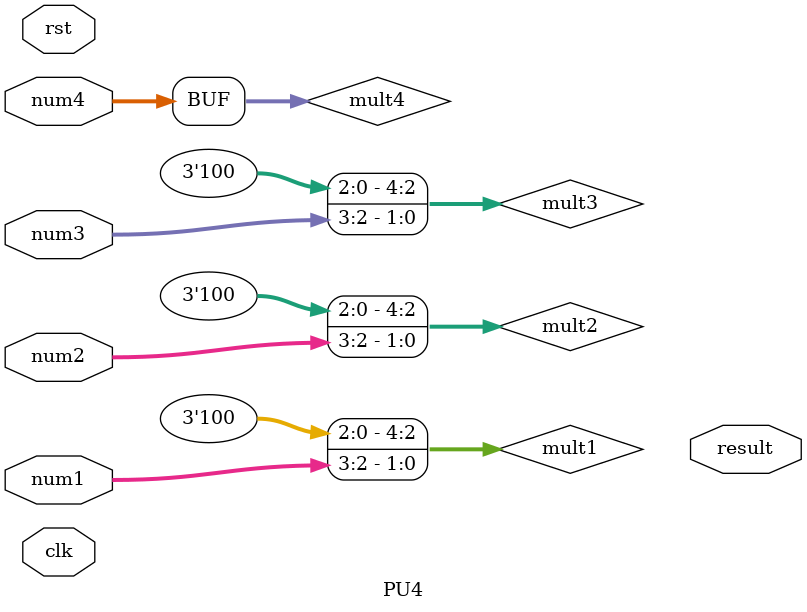
<source format=v>
module PU4 #(parameter XLEN = 5) (
    input clk, rst,
    input [XLEN - 1:0] num1, num2, num3, num4,

    output [XLEN - 1:0] result
);

    wire [XLEN - 1:0] mult1, mult2, mult3, mult4, 
                      R1Out, R2Out, R3Out, R4Out, 
                      add1, add2, add3;

    assign mult1 = {3'b100, num1[XLEN - 2: XLEN - 3]};
    assign mult2 = {3'b100, num2[XLEN - 2: XLEN - 3]};
    assign mult3 = {3'b100, num3[XLEN - 2: XLEN - 3]};
    assign mult4 = num4;

endmodule
</source>
